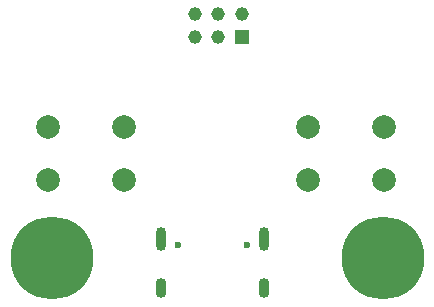
<source format=gbs>
G04 #@! TF.GenerationSoftware,KiCad,Pcbnew,(6.0.10)*
G04 #@! TF.CreationDate,2023-07-05T14:15:12+02:00*
G04 #@! TF.ProjectId,USB-Tag,5553422d-5461-4672-9e6b-696361645f70,rev?*
G04 #@! TF.SameCoordinates,Original*
G04 #@! TF.FileFunction,Soldermask,Bot*
G04 #@! TF.FilePolarity,Negative*
%FSLAX46Y46*%
G04 Gerber Fmt 4.6, Leading zero omitted, Abs format (unit mm)*
G04 Created by KiCad (PCBNEW (6.0.10)) date 2023-07-05 14:15:12*
%MOMM*%
%LPD*%
G01*
G04 APERTURE LIST*
%ADD10C,0.600000*%
%ADD11O,0.900000X2.000000*%
%ADD12O,0.900000X1.700000*%
%ADD13C,2.000000*%
%ADD14C,0.800000*%
%ADD15C,7.000000*%
%ADD16R,1.150000X1.150000*%
%ADD17C,1.150000*%
G04 APERTURE END LIST*
D10*
X145590000Y-103670000D03*
X139810000Y-103670000D03*
D11*
X138375000Y-103180000D03*
X147025000Y-103180000D03*
D12*
X138375000Y-107350000D03*
X147025000Y-107350000D03*
D13*
X135228400Y-93685800D03*
X128728400Y-93685800D03*
X135228400Y-98185800D03*
X128728400Y-98185800D03*
D14*
X130938955Y-102943845D03*
X127226645Y-102943845D03*
X129082800Y-102175000D03*
X126457800Y-104800000D03*
X129082800Y-107425000D03*
D15*
X129082800Y-104800000D03*
D14*
X130938955Y-106656155D03*
X131707800Y-104800000D03*
X127226645Y-106656155D03*
X157124400Y-102175000D03*
X154499400Y-104800000D03*
X159749400Y-104800000D03*
X158980555Y-102943845D03*
X158980555Y-106656155D03*
X157124400Y-107425000D03*
D15*
X157124400Y-104800000D03*
D14*
X155268245Y-106656155D03*
X155268245Y-102943845D03*
D13*
X150750000Y-93685800D03*
X157250000Y-93685800D03*
X157250000Y-98185800D03*
X150750000Y-98185800D03*
D16*
X145200000Y-86100000D03*
D17*
X145200000Y-84100000D03*
X143200000Y-86100000D03*
X143200000Y-84100000D03*
X141200000Y-86100000D03*
X141200000Y-84100000D03*
M02*

</source>
